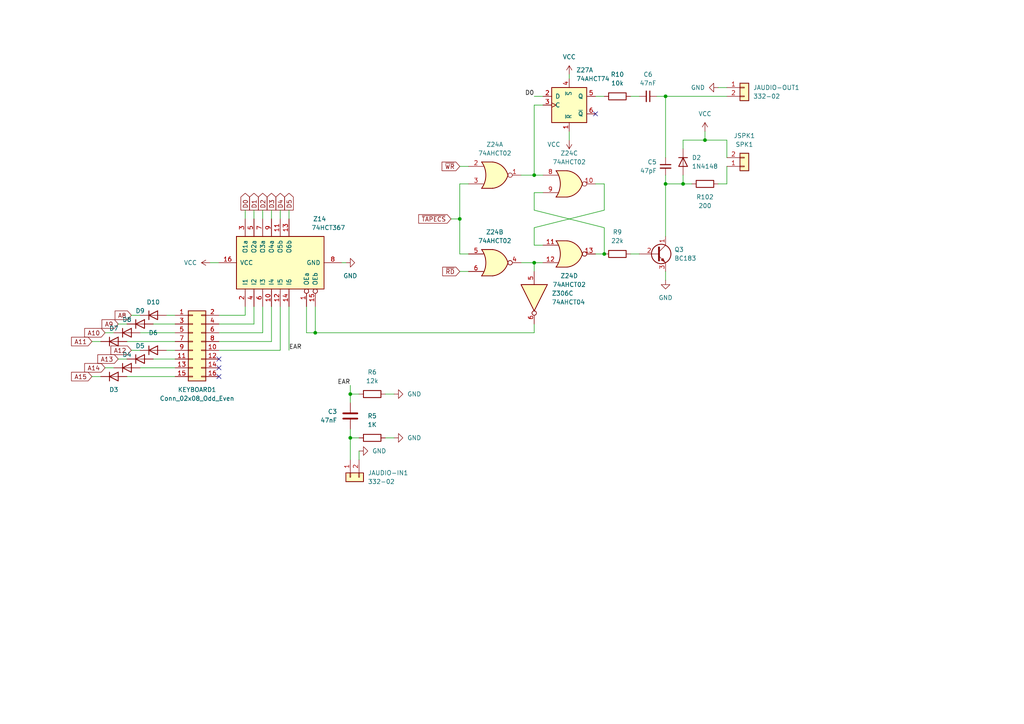
<source format=kicad_sch>
(kicad_sch (version 20211123) (generator eeschema)
  (paper "A4")
  (title_block (title "ACE4NOKB") (date "2020-04-30") (rev "Alpha") (company "Ontobus") (comment 1 "John Bradley") (comment 2 "https://creativecommons.org/licenses/by-nc-sa/4.0/") (comment 3 "Attribution-NonCommercial-ShareAlike 4.0 International License.") (comment 4 "This work is licensed under a Creative Commons "))
  (lib_symbols
    (symbol "74xx:74LS02" (pin_names (offset 1.016))
      (property "Reference" "U" (at 0 1.27 0))
      (property "Value" "74LS02" (at 0 -1.27 0))
      (symbol "74LS02_1_1"
        (arc (start -3.81 -3.81) (mid -2.589 0) (end -3.81 3.81) (stroke (width 0.254)))
        (arc (start -0.6096 -3.81) (mid 2.1842 -2.5851) (end 3.81 0) (stroke (width 0.254)) (fill (type background)))
        (polyline (pts (xy -3.81 -3.81) (xy -0.635 -3.81)) (stroke (width 0.254)) (fill (type background)))
        (polyline (pts (xy -3.81 3.81) (xy -0.635 3.81)) (stroke (width 0.254)) (fill (type background)))
        (polyline (pts (xy -0.635 3.81) (xy -3.81 3.81) (xy -3.81 3.81) (xy -3.556 3.4036) (xy -3.0226 2.2606) (xy -2.6924 1.0414) (xy -2.6162 -0.254) (xy -2.7686 -1.4986) (xy -3.175 -2.7178) (xy -3.81 -3.81) (xy -3.81 -3.81) (xy -0.635 -3.81)) (stroke (width -25.4)) (fill (type background)))
        (arc (start 3.81 0) (mid 2.1915 2.5936) (end -0.6096 3.81) (stroke (width 0.254)) (fill (type background)))
        (pin output inverted (at 7.62 0 180) (length 3.81) (name "~") (number "1"))
        (pin input line (at -7.62 2.54 0) (length 4.318) (name "~") (number "2"))
        (pin input line (at -7.62 -2.54 0) (length 4.318) (name "~") (number "3"))
      )
      (symbol "74LS02_1_2"
        (arc (start 0 -3.81) (mid 3.81 0) (end 0 3.81) (stroke (width 0.254)) (fill (type background)))
        (polyline (pts (xy 0 3.81) (xy -3.81 3.81) (xy -3.81 -3.81) (xy 0 -3.81)) (stroke (width 0.254)) (fill (type background)))
        (pin output line (at 7.62 0 180) (length 3.81) (name "~") (number "1"))
        (pin input inverted (at -7.62 2.54 0) (length 3.81) (name "~") (number "2"))
        (pin input inverted (at -7.62 -2.54 0) (length 3.81) (name "~") (number "3"))
      )
      (symbol "74LS02_2_1"
        (arc (start -3.81 -3.81) (mid -2.589 0) (end -3.81 3.81) (stroke (width 0.254)))
        (arc (start -0.6096 -3.81) (mid 2.1842 -2.5851) (end 3.81 0) (stroke (width 0.254)) (fill (type background)))
        (polyline (pts (xy -3.81 -3.81) (xy -0.635 -3.81)) (stroke (width 0.254)) (fill (type background)))
        (polyline (pts (xy -3.81 3.81) (xy -0.635 3.81)) (stroke (width 0.254)) (fill (type background)))
        (polyline (pts (xy -0.635 3.81) (xy -3.81 3.81) (xy -3.81 3.81) (xy -3.556 3.4036) (xy -3.0226 2.2606) (xy -2.6924 1.0414) (xy -2.6162 -0.254) (xy -2.7686 -1.4986) (xy -3.175 -2.7178) (xy -3.81 -3.81) (xy -3.81 -3.81) (xy -0.635 -3.81)) (stroke (width -25.4)) (fill (type background)))
        (arc (start 3.81 0) (mid 2.1915 2.5936) (end -0.6096 3.81) (stroke (width 0.254)) (fill (type background)))
        (pin output inverted (at 7.62 0 180) (length 3.81) (name "~") (number "4"))
        (pin input line (at -7.62 2.54 0) (length 4.318) (name "~") (number "5"))
        (pin input line (at -7.62 -2.54 0) (length 4.318) (name "~") (number "6"))
      )
      (symbol "74LS02_2_2"
        (arc (start 0 -3.81) (mid 3.81 0) (end 0 3.81) (stroke (width 0.254)) (fill (type background)))
        (polyline (pts (xy 0 3.81) (xy -3.81 3.81) (xy -3.81 -3.81) (xy 0 -3.81)) (stroke (width 0.254)) (fill (type background)))
        (pin output line (at 7.62 0 180) (length 3.81) (name "~") (number "4"))
        (pin input inverted (at -7.62 2.54 0) (length 3.81) (name "~") (number "5"))
        (pin input inverted (at -7.62 -2.54 0) (length 3.81) (name "~") (number "6"))
      )
      (symbol "74LS02_3_1"
        (arc (start -3.81 -3.81) (mid -2.589 0) (end -3.81 3.81) (stroke (width 0.254)))
        (arc (start -0.6096 -3.81) (mid 2.1842 -2.5851) (end 3.81 0) (stroke (width 0.254)) (fill (type background)))
        (polyline (pts (xy -3.81 -3.81) (xy -0.635 -3.81)) (stroke (width 0.254)) (fill (type background)))
        (polyline (pts (xy -3.81 3.81) (xy -0.635 3.81)) (stroke (width 0.254)) (fill (type background)))
        (polyline (pts (xy -0.635 3.81) (xy -3.81 3.81) (xy -3.81 3.81) (xy -3.556 3.4036) (xy -3.0226 2.2606) (xy -2.6924 1.0414) (xy -2.6162 -0.254) (xy -2.7686 -1.4986) (xy -3.175 -2.7178) (xy -3.81 -3.81) (xy -3.81 -3.81) (xy -0.635 -3.81)) (stroke (width -25.4)) (fill (type background)))
        (arc (start 3.81 0) (mid 2.1915 2.5936) (end -0.6096 3.81) (stroke (width 0.254)) (fill (type background)))
        (pin output inverted (at 7.62 0 180) (length 3.81) (name "~") (number "10"))
        (pin input line (at -7.62 2.54 0) (length 4.318) (name "~") (number "8"))
        (pin input line (at -7.62 -2.54 0) (length 4.318) (name "~") (number "9"))
      )
      (symbol "74LS02_3_2"
        (arc (start 0 -3.81) (mid 3.81 0) (end 0 3.81) (stroke (width 0.254)) (fill (type background)))
        (polyline (pts (xy 0 3.81) (xy -3.81 3.81) (xy -3.81 -3.81) (xy 0 -3.81)) (stroke (width 0.254)) (fill (type background)))
        (pin output line (at 7.62 0 180) (length 3.81) (name "~") (number "10"))
        (pin input inverted (at -7.62 2.54 0) (length 3.81) (name "~") (number "8"))
        (pin input inverted (at -7.62 -2.54 0) (length 3.81) (name "~") (number "9"))
      )
      (symbol "74LS02_4_1"
        (arc (start -3.81 -3.81) (mid -2.589 0) (end -3.81 3.81) (stroke (width 0.254)))
        (arc (start -0.6096 -3.81) (mid 2.1842 -2.5851) (end 3.81 0) (stroke (width 0.254)) (fill (type background)))
        (polyline (pts (xy -3.81 -3.81) (xy -0.635 -3.81)) (stroke (width 0.254)) (fill (type background)))
        (polyline (pts (xy -3.81 3.81) (xy -0.635 3.81)) (stroke (width 0.254)) (fill (type background)))
        (polyline (pts (xy -0.635 3.81) (xy -3.81 3.81) (xy -3.81 3.81) (xy -3.556 3.4036) (xy -3.0226 2.2606) (xy -2.6924 1.0414) (xy -2.6162 -0.254) (xy -2.7686 -1.4986) (xy -3.175 -2.7178) (xy -3.81 -3.81) (xy -3.81 -3.81) (xy -0.635 -3.81)) (stroke (width -25.4)) (fill (type background)))
        (arc (start 3.81 0) (mid 2.1915 2.5936) (end -0.6096 3.81) (stroke (width 0.254)) (fill (type background)))
        (pin input line (at -7.62 2.54 0) (length 4.318) (name "~") (number "11"))
        (pin input line (at -7.62 -2.54 0) (length 4.318) (name "~") (number "12"))
        (pin output inverted (at 7.62 0 180) (length 3.81) (name "~") (number "13"))
      )
      (symbol "74LS02_4_2"
        (arc (start 0 -3.81) (mid 3.81 0) (end 0 3.81) (stroke (width 0.254)) (fill (type background)))
        (polyline (pts (xy 0 3.81) (xy -3.81 3.81) (xy -3.81 -3.81) (xy 0 -3.81)) (stroke (width 0.254)) (fill (type background)))
        (pin input inverted (at -7.62 2.54 0) (length 3.81) (name "~") (number "11"))
        (pin input inverted (at -7.62 -2.54 0) (length 3.81) (name "~") (number "12"))
        (pin output line (at 7.62 0 180) (length 3.81) (name "~") (number "13"))
      )
      (symbol "74LS02_5_0"
        (pin power_in line (at 0 12.7 270) (length 5.08) (name "VCC") (number "14"))
        (pin power_in line (at 0 -12.7 90) (length 5.08) (name "GND") (number "7"))
      )
      (symbol "74LS02_5_1"
        (rectangle (start -5.08 7.62) (end 5.08 -7.62) (stroke (width 0.254)) (fill (type background)))
      )
    )
    (symbol "74xx:74LS04"
      (property "Reference" "U" (at 0 1.27 0))
      (property "Value" "74LS04" (at 0 -1.27 0))
      (symbol "74LS04_1_0"
        (polyline (pts (xy -3.81 3.81) (xy -3.81 -3.81) (xy 3.81 0) (xy -3.81 3.81)) (stroke (width 0.254)) (fill (type background)))
        (pin input line (at -7.62 0 0) (length 3.81) (name "~") (number "1"))
        (pin output inverted (at 7.62 0 180) (length 3.81) (name "~") (number "2"))
      )
      (symbol "74LS04_2_0"
        (polyline (pts (xy -3.81 3.81) (xy -3.81 -3.81) (xy 3.81 0) (xy -3.81 3.81)) (stroke (width 0.254)) (fill (type background)))
        (pin input line (at -7.62 0 0) (length 3.81) (name "~") (number "3"))
        (pin output inverted (at 7.62 0 180) (length 3.81) (name "~") (number "4"))
      )
      (symbol "74LS04_3_0"
        (polyline (pts (xy -3.81 3.81) (xy -3.81 -3.81) (xy 3.81 0) (xy -3.81 3.81)) (stroke (width 0.254)) (fill (type background)))
        (pin input line (at -7.62 0 0) (length 3.81) (name "~") (number "5"))
        (pin output inverted (at 7.62 0 180) (length 3.81) (name "~") (number "6"))
      )
      (symbol "74LS04_4_0"
        (polyline (pts (xy -3.81 3.81) (xy -3.81 -3.81) (xy 3.81 0) (xy -3.81 3.81)) (stroke (width 0.254)) (fill (type background)))
        (pin output inverted (at 7.62 0 180) (length 3.81) (name "~") (number "8"))
        (pin input line (at -7.62 0 0) (length 3.81) (name "~") (number "9"))
      )
      (symbol "74LS04_5_0"
        (polyline (pts (xy -3.81 3.81) (xy -3.81 -3.81) (xy 3.81 0) (xy -3.81 3.81)) (stroke (width 0.254)) (fill (type background)))
        (pin output inverted (at 7.62 0 180) (length 3.81) (name "~") (number "10"))
        (pin input line (at -7.62 0 0) (length 3.81) (name "~") (number "11"))
      )
      (symbol "74LS04_6_0"
        (polyline (pts (xy -3.81 3.81) (xy -3.81 -3.81) (xy 3.81 0) (xy -3.81 3.81)) (stroke (width 0.254)) (fill (type background)))
        (pin output inverted (at 7.62 0 180) (length 3.81) (name "~") (number "12"))
        (pin input line (at -7.62 0 0) (length 3.81) (name "~") (number "13"))
      )
      (symbol "74LS04_7_0"
        (pin power_in line (at 0 12.7 270) (length 5.08) (name "VCC") (number "14"))
        (pin power_in line (at 0 -12.7 90) (length 5.08) (name "GND") (number "7"))
      )
      (symbol "74LS04_7_1"
        (rectangle (start -5.08 7.62) (end 5.08 -7.62) (stroke (width 0.254)) (fill (type background)))
      )
    )
    (symbol "74xx:74LS367" (pin_names (offset 1.016))
      (property "Reference" "U" (at -7.62 13.97 0))
      (property "Value" "74LS367" (at -7.62 -13.97 0))
      (symbol "74LS367_1_0"
        (pin input inverted (at -12.7 -7.62 0) (length 5.08) (name "OEa") (number "1"))
        (pin input line (at -12.7 2.54 0) (length 5.08) (name "I4") (number "10"))
        (pin tri_state line (at 12.7 0 180) (length 5.08) (name "O5b") (number "11"))
        (pin input line (at -12.7 0 0) (length 5.08) (name "I5") (number "12"))
        (pin tri_state line (at 12.7 -2.54 180) (length 5.08) (name "O6b") (number "13"))
        (pin input line (at -12.7 -2.54 0) (length 5.08) (name "I6") (number "14"))
        (pin input inverted (at -12.7 -10.16 0) (length 5.08) (name "OEb") (number "15"))
        (pin power_in line (at 0 17.78 270) (length 5.08) (name "VCC") (number "16"))
        (pin input line (at -12.7 10.16 0) (length 5.08) (name "I1") (number "2"))
        (pin tri_state line (at 12.7 10.16 180) (length 5.08) (name "O1a") (number "3"))
        (pin input line (at -12.7 7.62 0) (length 5.08) (name "I2") (number "4"))
        (pin tri_state line (at 12.7 7.62 180) (length 5.08) (name "O2a") (number "5"))
        (pin input line (at -12.7 5.08 0) (length 5.08) (name "I3") (number "6"))
        (pin tri_state line (at 12.7 5.08 180) (length 5.08) (name "O3a") (number "7"))
        (pin power_in line (at 0 -17.78 90) (length 5.08) (name "GND") (number "8"))
        (pin tri_state line (at 12.7 2.54 180) (length 5.08) (name "O4a") (number "9"))
      )
      (symbol "74LS367_1_1"
        (rectangle (start -7.62 12.7) (end 7.62 -12.7) (stroke (width 0.254)) (fill (type background)))
      )
    )
    (symbol "74xx:74LS74" (pin_names (offset 1.016))
      (property "Reference" "U" (at -7.62 8.89 0))
      (property "Value" "74LS74" (at -7.62 -8.89 0))
      (symbol "74LS74_1_0"
        (pin input line (at 0 -7.62 90) (length 2.54) (name "~{R}") (number "1"))
        (pin input line (at -7.62 2.54 0) (length 2.54) (name "D") (number "2"))
        (pin input clock (at -7.62 0 0) (length 2.54) (name "C") (number "3"))
        (pin input line (at 0 7.62 270) (length 2.54) (name "~{S}") (number "4"))
        (pin output line (at 7.62 2.54 180) (length 2.54) (name "Q") (number "5"))
        (pin output line (at 7.62 -2.54 180) (length 2.54) (name "~{Q}") (number "6"))
      )
      (symbol "74LS74_1_1"
        (rectangle (start -5.08 5.08) (end 5.08 -5.08) (stroke (width 0.254)) (fill (type background)))
      )
      (symbol "74LS74_2_0"
        (pin input line (at 0 7.62 270) (length 2.54) (name "~{S}") (number "10"))
        (pin input clock (at -7.62 0 0) (length 2.54) (name "C") (number "11"))
        (pin input line (at -7.62 2.54 0) (length 2.54) (name "D") (number "12"))
        (pin input line (at 0 -7.62 90) (length 2.54) (name "~{R}") (number "13"))
        (pin output line (at 7.62 -2.54 180) (length 2.54) (name "~{Q}") (number "8"))
        (pin output line (at 7.62 2.54 180) (length 2.54) (name "Q") (number "9"))
      )
      (symbol "74LS74_2_1"
        (rectangle (start -5.08 5.08) (end 5.08 -5.08) (stroke (width 0.254)) (fill (type background)))
      )
      (symbol "74LS74_3_0"
        (pin power_in line (at 0 10.16 270) (length 2.54) (name "VCC") (number "14"))
        (pin power_in line (at 0 -10.16 90) (length 2.54) (name "GND") (number "7"))
      )
      (symbol "74LS74_3_1"
        (rectangle (start -5.08 7.62) (end 5.08 -7.62) (stroke (width 0.254)) (fill (type background)))
      )
    )
    (symbol "Connector_Generic:Conn_01x02" (pin_names (offset 1.016) hide)
      (property "Reference" "J" (at 0 2.54 0))
      (property "Value" "Conn_01x02" (at 0 -5.08 0))
      (symbol "Conn_01x02_1_1"
        (rectangle (start -1.27 -2.413) (end 0 -2.667) (stroke (width 0.1524)))
        (rectangle (start -1.27 0.127) (end 0 -0.127) (stroke (width 0.1524)))
        (rectangle (start -1.27 1.27) (end 1.27 -3.81) (stroke (width 0.254)) (fill (type background)))
        (pin passive line (at -5.08 0 0) (length 3.81) (name "Pin_1") (number "1"))
        (pin passive line (at -5.08 -2.54 0) (length 3.81) (name "Pin_2") (number "2"))
      )
    )
    (symbol "Connector_Generic:Conn_02x08_Odd_Even" (pin_names (offset 1.016) hide)
      (property "Reference" "J" (at 1.27 10.16 0))
      (property "Value" "Conn_02x08_Odd_Even" (at 1.27 -12.7 0))
      (symbol "Conn_02x08_Odd_Even_1_1"
        (rectangle (start -1.27 -10.033) (end 0 -10.287) (stroke (width 0.1524)))
        (rectangle (start -1.27 -7.493) (end 0 -7.747) (stroke (width 0.1524)))
        (rectangle (start -1.27 -4.953) (end 0 -5.207) (stroke (width 0.1524)))
        (rectangle (start -1.27 -2.413) (end 0 -2.667) (stroke (width 0.1524)))
        (rectangle (start -1.27 0.127) (end 0 -0.127) (stroke (width 0.1524)))
        (rectangle (start -1.27 2.667) (end 0 2.413) (stroke (width 0.1524)))
        (rectangle (start -1.27 5.207) (end 0 4.953) (stroke (width 0.1524)))
        (rectangle (start -1.27 7.747) (end 0 7.493) (stroke (width 0.1524)))
        (rectangle (start -1.27 8.89) (end 3.81 -11.43) (stroke (width 0.254)) (fill (type background)))
        (rectangle (start 3.81 -10.033) (end 2.54 -10.287) (stroke (width 0.1524)))
        (rectangle (start 3.81 -7.493) (end 2.54 -7.747) (stroke (width 0.1524)))
        (rectangle (start 3.81 -4.953) (end 2.54 -5.207) (stroke (width 0.1524)))
        (rectangle (start 3.81 -2.413) (end 2.54 -2.667) (stroke (width 0.1524)))
        (rectangle (start 3.81 0.127) (end 2.54 -0.127) (stroke (width 0.1524)))
        (rectangle (start 3.81 2.667) (end 2.54 2.413) (stroke (width 0.1524)))
        (rectangle (start 3.81 5.207) (end 2.54 4.953) (stroke (width 0.1524)))
        (rectangle (start 3.81 7.747) (end 2.54 7.493) (stroke (width 0.1524)))
        (pin passive line (at -5.08 7.62 0) (length 3.81) (name "Pin_1") (number "1"))
        (pin passive line (at 7.62 -2.54 180) (length 3.81) (name "Pin_10") (number "10"))
        (pin passive line (at -5.08 -5.08 0) (length 3.81) (name "Pin_11") (number "11"))
        (pin passive line (at 7.62 -5.08 180) (length 3.81) (name "Pin_12") (number "12"))
        (pin passive line (at -5.08 -7.62 0) (length 3.81) (name "Pin_13") (number "13"))
        (pin passive line (at 7.62 -7.62 180) (length 3.81) (name "Pin_14") (number "14"))
        (pin passive line (at -5.08 -10.16 0) (length 3.81) (name "Pin_15") (number "15"))
        (pin passive line (at 7.62 -10.16 180) (length 3.81) (name "Pin_16") (number "16"))
        (pin passive line (at 7.62 7.62 180) (length 3.81) (name "Pin_2") (number "2"))
        (pin passive line (at -5.08 5.08 0) (length 3.81) (name "Pin_3") (number "3"))
        (pin passive line (at 7.62 5.08 180) (length 3.81) (name "Pin_4") (number "4"))
        (pin passive line (at -5.08 2.54 0) (length 3.81) (name "Pin_5") (number "5"))
        (pin passive line (at 7.62 2.54 180) (length 3.81) (name "Pin_6") (number "6"))
        (pin passive line (at -5.08 0 0) (length 3.81) (name "Pin_7") (number "7"))
        (pin passive line (at 7.62 0 180) (length 3.81) (name "Pin_8") (number "8"))
        (pin passive line (at -5.08 -2.54 0) (length 3.81) (name "Pin_9") (number "9"))
      )
    )
    (symbol "Device:C" (pin_numbers hide) (pin_names (offset 0.254))
      (property "Reference" "C" (at 0.635 2.54 0))
      (property "Value" "C" (at 0.635 -2.54 0))
      (symbol "C_0_1"
        (polyline (pts (xy -2.032 -0.762) (xy 2.032 -0.762)) (stroke (width 0.508)))
        (polyline (pts (xy -2.032 0.762) (xy 2.032 0.762)) (stroke (width 0.508)))
      )
      (symbol "C_1_1"
        (pin passive line (at 0 3.81 270) (length 2.794) (name "~") (number "1"))
        (pin passive line (at 0 -3.81 90) (length 2.794) (name "~") (number "2"))
      )
    )
    (symbol "Device:C_Small" (pin_numbers hide) (pin_names (offset 0.254) hide)
      (property "Reference" "C" (at 0.254 1.778 0))
      (property "Value" "C_Small" (at 0.254 -2.032 0))
      (symbol "C_Small_0_1"
        (polyline (pts (xy -1.524 -0.508) (xy 1.524 -0.508)) (stroke (width 0.3302)))
        (polyline (pts (xy -1.524 0.508) (xy 1.524 0.508)) (stroke (width 0.3048)))
      )
      (symbol "C_Small_1_1"
        (pin passive line (at 0 2.54 270) (length 2.032) (name "~") (number "1"))
        (pin passive line (at 0 -2.54 90) (length 2.032) (name "~") (number "2"))
      )
    )
    (symbol "Device:Q_NPN_CBE" (pin_names (offset 0) hide)
      (property "Reference" "Q" (at 5.08 1.27 0))
      (property "Value" "Q_NPN_CBE" (at 5.08 -1.27 0))
      (symbol "Q_NPN_CBE_0_1"
        (polyline (pts (xy 0.635 0.635) (xy 2.54 2.54)))
        (polyline (pts (xy 0.635 -0.635) (xy 2.54 -2.54) (xy 2.54 -2.54)))
        (polyline (pts (xy 0.635 1.905) (xy 0.635 -1.905) (xy 0.635 -1.905)) (stroke (width 0.508)))
        (polyline (pts (xy 1.27 -1.778) (xy 1.778 -1.27) (xy 2.286 -2.286) (xy 1.27 -1.778) (xy 1.27 -1.778)) (fill (type outline)))
        (circle (center 1.27 0) (radius 2.8194) (stroke (width 0.254)))
      )
      (symbol "Q_NPN_CBE_1_1"
        (pin passive line (at 2.54 5.08 270) (length 2.54) (name "C") (number "1"))
        (pin input line (at -5.08 0 0) (length 5.715) (name "B") (number "2"))
        (pin passive line (at 2.54 -5.08 90) (length 2.54) (name "E") (number "3"))
      )
    )
    (symbol "Device:R" (pin_numbers hide) (pin_names (offset 0))
      (property "Reference" "R" (at 2.032 0 90))
      (property "Value" "R" (at 0 0 90))
      (symbol "R_0_1"
        (rectangle (start -1.016 -2.54) (end 1.016 2.54) (stroke (width 0.254)))
      )
      (symbol "R_1_1"
        (pin passive line (at 0 3.81 270) (length 1.27) (name "~") (number "1"))
        (pin passive line (at 0 -3.81 90) (length 1.27) (name "~") (number "2"))
      )
    )
    (symbol "Diode:1N4148" (pin_numbers hide) (pin_names (offset 1.016) hide)
      (property "Reference" "D" (at 0 2.54 0))
      (property "Value" "1N4148" (at 0 -2.54 0))
      (symbol "1N4148_0_1"
        (polyline (pts (xy -1.27 1.27) (xy -1.27 -1.27)) (stroke (width 0.254)))
        (polyline (pts (xy 1.27 0) (xy -1.27 0)))
        (polyline (pts (xy 1.27 1.27) (xy 1.27 -1.27) (xy -1.27 0) (xy 1.27 1.27)) (stroke (width 0.254)))
      )
      (symbol "1N4148_1_1"
        (pin passive line (at -3.81 0 0) (length 2.54) (name "K") (number "1"))
        (pin passive line (at 3.81 0 180) (length 2.54) (name "A") (number "2"))
      )
    )
    (symbol "power:GND" (power) (pin_names (offset 0))
      (property "Value" "GND" (at 0 -3.81 0))
      (symbol "GND_0_1"
        (polyline (pts (xy 0 0) (xy 0 -1.27) (xy 1.27 -1.27) (xy 0 -2.54) (xy -1.27 -1.27) (xy 0 -1.27)))
      )
      (symbol "GND_1_1"
        (pin power_in line (at 0 0 270) (length 0) hide (name "GND") (number "1"))
      )
    )
    (symbol "power:VCC" (power) (pin_names (offset 0))
      (property "Value" "VCC" (at 0 3.81 0))
      (symbol "VCC_0_1"
        (polyline (pts (xy -0.762 1.27) (xy 0 2.54)))
        (polyline (pts (xy 0 0) (xy 0 2.54)))
        (polyline (pts (xy 0 2.54) (xy 0.762 1.27)))
      )
      (symbol "VCC_1_1"
        (pin power_in line (at 0 0 90) (length 0) hide (name "VCC") (number "1"))
      )
    )
  )
  (junction (at 193.04 27.94))
  (junction (at 175.26 73.66))
  (junction (at 91.44 96.52))
  (junction (at 198.12 53.34))
  (junction (at 204.47 40.64))
  (junction (at 193.04 53.34))
  (junction (at 101.6 127))
  (junction (at 101.6 114.3))
  (junction (at 154.94 76.2))
  (junction (at 154.94 50.8))
  (junction (at 133.35 63.5))
  (no_connect (at 63.5 106.68))
  (no_connect (at 172.72 33.02))
  (no_connect (at 63.5 104.14))
  (no_connect (at 63.5 109.22))
  (wire (pts (xy 50.8 101.6) (xy 48.26 101.6)))
  (wire (pts (xy 78.74 63.5) (xy 78.74 60.96)))
  (wire (pts (xy 133.35 63.5) (xy 133.35 73.66)))
  (wire (pts (xy 100.33 76.2) (xy 99.06 76.2)))
  (wire (pts (xy 36.83 99.06) (xy 50.8 99.06)))
  (wire (pts (xy 63.5 96.52) (xy 76.2 96.52)))
  (wire (pts (xy 50.8 91.44) (xy 48.26 91.44)))
  (wire (pts (xy 50.8 96.52) (xy 40.64 96.52)))
  (wire (pts (xy 111.76 127) (xy 114.3 127)))
  (wire (pts (xy 172.72 73.66) (xy 175.26 73.66)))
  (wire (pts (xy 210.82 25.4) (xy 208.28 25.4)))
  (wire (pts (xy 151.13 50.8) (xy 154.94 50.8)))
  (wire (pts (xy 81.28 63.5) (xy 81.28 60.96)))
  (wire (pts (xy 182.88 27.94) (xy 185.42 27.94)))
  (wire (pts (xy 76.2 63.5) (xy 76.2 60.96)))
  (wire (pts (xy 111.76 114.3) (xy 114.3 114.3)))
  (wire (pts (xy 26.67 109.22) (xy 29.21 109.22)))
  (wire (pts (xy 63.5 101.6) (xy 81.28 101.6)))
  (wire (pts (xy 133.35 73.66) (xy 135.89 73.66)))
  (wire (pts (xy 204.47 40.64) (xy 210.82 40.64)))
  (wire (pts (xy 154.94 27.94) (xy 157.48 27.94)))
  (wire (pts (xy 91.44 88.9) (xy 91.44 96.52)))
  (wire (pts (xy 175.26 66.04) (xy 154.94 60.96)))
  (wire (pts (xy 30.48 106.68) (xy 33.02 106.68)))
  (wire (pts (xy 71.12 63.5) (xy 71.12 60.96)))
  (wire (pts (xy 198.12 40.64) (xy 204.47 40.64)))
  (wire (pts (xy 154.94 30.48) (xy 154.94 50.8)))
  (wire (pts (xy 193.04 53.34) (xy 198.12 53.34)))
  (wire (pts (xy 104.14 127) (xy 101.6 127)))
  (wire (pts (xy 204.47 40.64) (xy 204.47 38.1)))
  (wire (pts (xy 175.26 27.94) (xy 172.72 27.94)))
  (wire (pts (xy 63.5 76.2) (xy 60.96 76.2)))
  (wire (pts (xy 73.66 63.5) (xy 73.66 60.96)))
  (wire (pts (xy 193.04 50.8) (xy 193.04 53.34)))
  (wire (pts (xy 198.12 40.64) (xy 198.12 43.18)))
  (wire (pts (xy 135.89 48.26) (xy 133.35 48.26)))
  (wire (pts (xy 200.66 53.34) (xy 198.12 53.34)))
  (wire (pts (xy 83.82 88.9) (xy 83.82 101.6)))
  (wire (pts (xy 63.5 93.98) (xy 73.66 93.98)))
  (wire (pts (xy 88.9 88.9) (xy 88.9 96.52)))
  (wire (pts (xy 190.5 27.94) (xy 193.04 27.94)))
  (wire (pts (xy 38.1 91.44) (xy 40.64 91.44)))
  (wire (pts (xy 71.12 88.9) (xy 71.12 91.44)))
  (wire (pts (xy 154.94 71.12) (xy 157.48 71.12)))
  (wire (pts (xy 154.94 50.8) (xy 157.48 50.8)))
  (wire (pts (xy 175.26 66.04) (xy 175.26 73.66)))
  (wire (pts (xy 165.1 38.1) (xy 165.1 40.64)))
  (wire (pts (xy 81.28 88.9) (xy 81.28 101.6)))
  (wire (pts (xy 151.13 76.2) (xy 154.94 76.2)))
  (wire (pts (xy 193.04 27.94) (xy 210.82 27.94)))
  (wire (pts (xy 63.5 91.44) (xy 71.12 91.44)))
  (wire (pts (xy 78.74 88.9) (xy 78.74 99.06)))
  (wire (pts (xy 34.29 104.14) (xy 36.83 104.14)))
  (wire (pts (xy 36.83 109.22) (xy 50.8 109.22)))
  (wire (pts (xy 88.9 96.52) (xy 91.44 96.52)))
  (wire (pts (xy 130.81 63.5) (xy 133.35 63.5)))
  (wire (pts (xy 91.44 96.52) (xy 154.94 96.52)))
  (wire (pts (xy 198.12 53.34) (xy 198.12 50.8)))
  (wire (pts (xy 135.89 78.74) (xy 133.35 78.74)))
  (wire (pts (xy 34.29 93.98) (xy 36.83 93.98)))
  (wire (pts (xy 154.94 93.98) (xy 154.94 96.52)))
  (wire (pts (xy 154.94 60.96) (xy 154.94 55.88)))
  (wire (pts (xy 83.82 63.5) (xy 83.82 60.96)))
  (wire (pts (xy 44.45 104.14) (xy 50.8 104.14)))
  (wire (pts (xy 76.2 88.9) (xy 76.2 96.52)))
  (wire (pts (xy 50.8 106.68) (xy 40.64 106.68)))
  (wire (pts (xy 182.88 73.66) (xy 185.42 73.66)))
  (wire (pts (xy 193.04 27.94) (xy 193.04 45.72)))
  (wire (pts (xy 154.94 55.88) (xy 157.48 55.88)))
  (wire (pts (xy 133.35 53.34) (xy 133.35 63.5)))
  (wire (pts (xy 193.04 78.74) (xy 193.04 81.28)))
  (wire (pts (xy 175.26 53.34) (xy 175.26 60.96)))
  (wire (pts (xy 73.66 88.9) (xy 73.66 93.98)))
  (wire (pts (xy 26.67 99.06) (xy 29.21 99.06)))
  (wire (pts (xy 38.1 101.6) (xy 40.64 101.6)))
  (wire (pts (xy 193.04 53.34) (xy 193.04 68.58)))
  (wire (pts (xy 101.6 127) (xy 101.6 133.35)))
  (wire (pts (xy 154.94 66.04) (xy 154.94 71.12)))
  (wire (pts (xy 101.6 124.46) (xy 101.6 127)))
  (wire (pts (xy 101.6 111.76) (xy 101.6 114.3)))
  (wire (pts (xy 78.74 99.06) (xy 63.5 99.06)))
  (wire (pts (xy 157.48 30.48) (xy 154.94 30.48)))
  (wire (pts (xy 101.6 116.84) (xy 101.6 114.3)))
  (wire (pts (xy 154.94 76.2) (xy 154.94 78.74)))
  (wire (pts (xy 104.14 114.3) (xy 101.6 114.3)))
  (wire (pts (xy 104.14 130.81) (xy 104.14 133.35)))
  (wire (pts (xy 210.82 45.72) (xy 210.82 40.64)))
  (wire (pts (xy 165.1 22.86) (xy 165.1 21.59)))
  (wire (pts (xy 172.72 53.34) (xy 175.26 53.34)))
  (wire (pts (xy 44.45 93.98) (xy 50.8 93.98)))
  (wire (pts (xy 154.94 76.2) (xy 157.48 76.2)))
  (wire (pts (xy 30.48 96.52) (xy 33.02 96.52)))
  (wire (pts (xy 175.26 60.96) (xy 154.94 66.04)))
  (wire (pts (xy 208.28 53.34) (xy 210.82 53.34)))
  (wire (pts (xy 133.35 53.34) (xy 135.89 53.34)))
  (wire (pts (xy 210.82 53.34) (xy 210.82 48.26)))
  (label "EAR" (at 83.82 101.6 0))
  (label "D0" (at 154.94 27.94 0))
  (label "EAR" (at 101.6 111.76 0))
  (global_label "A10" (shape input) (at 30.48 96.52 180) (property "Intersheetrefs" "${INTERSHEET_REFS}" (at 24.6482 96.4406 0) (effects (justify right))))
  (global_label "~{WR}" (shape input) (at 133.35 48.26 180) (property "Intersheetrefs" "${INTERSHEET_REFS}" (at 128.3044 48.1806 0) (effects (justify right))))
  (global_label "D5" (shape output) (at 83.82 60.96 90) (property "Intersheetrefs" "${INTERSHEET_REFS}" (at 83.7406 56.1563 90) (effects (justify left))))
  (global_label "A8" (shape input) (at 38.1 91.44 180) (property "Intersheetrefs" "${INTERSHEET_REFS}" (at 33.4777 91.3606 0) (effects (justify right))))
  (global_label "A15" (shape input) (at 26.67 109.22 180) (property "Intersheetrefs" "${INTERSHEET_REFS}" (at 20.8382 109.1406 0) (effects (justify right))))
  (global_label "A13" (shape input) (at 34.29 104.14 180) (property "Intersheetrefs" "${INTERSHEET_REFS}" (at 28.4582 104.0606 0) (effects (justify right))))
  (global_label "A14" (shape input) (at 30.48 106.68 180) (property "Intersheetrefs" "${INTERSHEET_REFS}" (at 24.6482 106.6006 0) (effects (justify right))))
  (global_label "A11" (shape input) (at 26.67 99.06 180) (property "Intersheetrefs" "${INTERSHEET_REFS}" (at 20.8382 98.9806 0) (effects (justify right))))
  (global_label "D4" (shape output) (at 81.28 60.96 90) (property "Intersheetrefs" "${INTERSHEET_REFS}" (at 81.2006 56.1563 90) (effects (justify left))))
  (global_label "D1" (shape output) (at 73.66 60.96 90) (property "Intersheetrefs" "${INTERSHEET_REFS}" (at 73.5806 56.1563 90) (effects (justify left))))
  (global_label "A12" (shape input) (at 38.1 101.6 180) (property "Intersheetrefs" "${INTERSHEET_REFS}" (at 32.2682 101.5206 0) (effects (justify right))))
  (global_label "~{TAPECS}" (shape input) (at 130.81 63.5 180) (property "Intersheetrefs" "${INTERSHEET_REFS}" (at 121.531 63.4206 0) (effects (justify right))))
  (global_label "~{RD}" (shape input) (at 133.35 78.74 180) (property "Intersheetrefs" "${INTERSHEET_REFS}" (at 128.4858 78.6606 0) (effects (justify right))))
  (global_label "D3" (shape output) (at 78.74 60.96 90) (property "Intersheetrefs" "${INTERSHEET_REFS}" (at 78.6606 56.1563 90) (effects (justify left))))
  (global_label "D2" (shape output) (at 76.2 60.96 90) (property "Intersheetrefs" "${INTERSHEET_REFS}" (at 76.1206 56.1563 90) (effects (justify left))))
  (global_label "A9" (shape input) (at 34.29 93.98 180) (property "Intersheetrefs" "${INTERSHEET_REFS}" (at 29.6677 93.9006 0) (effects (justify right))))
  (global_label "D0" (shape output) (at 71.12 60.96 90) (property "Intersheetrefs" "${INTERSHEET_REFS}" (at 71.0406 56.1563 90) (effects (justify left))))
  (symbol (lib_id "Connector_Generic:Conn_01x02") (at 101.6 138.43 90) (mirror x) (unit 1)
    (property "Reference" "JAUDIO-IN1" (at 106.68 137.16 90) (effects (font (size 1.2954 1.2954)) (justify right)))
    (property "Value" "332-02" (at 106.68 139.6999 90) (effects (justify right)))
    (property "Footprint" "Connector_PinHeader_2.54mm:PinHeader_1x02_P2.54mm_Vertical" (effects hide))
    (property "Manufacturer_Name" "Amphenol FCI" (effects hide))
    (property "Manufacturer_Part_Number" "G800W306018EU" (effects hide))
  )
  (symbol (lib_id "Device:C") (at 101.6 120.65 180) (unit 1)
    (property "Reference" "C3" (at 97.79 119.3799 0) (effects (justify left)))
    (property "Value" "47nF" (at 97.79 121.9199 0) (effects (justify left)))
    (property "Footprint" "Capacitor_THT:C_Disc_D3.8mm_W2.6mm_P2.50mm" (effects hide))
    (property "Manufacturer_Name" "vishay" (effects hide))
    (property "Manufacturer_Part_Number" "K473K15X7RF5TL2" (effects hide))
    (property "Height" "4" (effects hide))
  )
  (symbol (lib_id "Diode:1N4148") (at 33.02 109.22 0) (unit 1)
    (property "Reference" "D3" (at 33.02 113.03 0))
    (property "Value" "1N4148" (effects hide))
    (property "Footprint" "Diode_THT:D_DO-35_SOD27_P2.54mm_Vertical_AnodeUp" (effects hide))
    (property "Datasheet" "https://assets.nexperia.com/documents/data-sheet/1N4148_1N4448.pdf" (effects hide))
    (property "Manufacturer_Name" "Vishay Semiconductors" (effects hide))
    (property "Manufacturer_Part_Number" "1N4148TR" (effects hide))
  )
  (symbol (lib_id "Device:Q_NPN_CBE") (at 190.5 73.66 0) (unit 1)
    (property "Reference" "Q3" (at 195.58 72.3899 0) (effects (justify left)))
    (property "Value" "BC183" (at 195.58 74.9299 0) (effects (justify left)))
    (property "Footprint" "Package_TO_SOT_THT:TO-92L_Inline" (effects hide))
    (property "Manufacturer_Part_Number" "BC183" (effects hide))
  )
  (symbol (lib_id "Diode:1N4148") (at 36.83 106.68 0) (unit 1)
    (property "Reference" "D4" (at 36.83 102.87 0))
    (property "Value" "1N4148" (effects hide))
    (property "Footprint" "Diode_THT:D_DO-35_SOD27_P2.54mm_Vertical_AnodeUp" (effects hide))
    (property "Datasheet" "https://assets.nexperia.com/documents/data-sheet/1N4148_1N4448.pdf" (effects hide))
    (property "Manufacturer_Name" "Vishay Semiconductors" (effects hide))
    (property "Manufacturer_Part_Number" "1N4148TR" (effects hide))
  )
  (symbol (lib_id "Diode:1N4148") (at 40.64 104.14 0) (unit 1)
    (property "Reference" "D5" (at 40.64 100.33 0))
    (property "Value" "1N4148" (effects hide))
    (property "Footprint" "Diode_THT:D_DO-35_SOD27_P2.54mm_Vertical_AnodeUp" (effects hide))
    (property "Datasheet" "https://assets.nexperia.com/documents/data-sheet/1N4148_1N4448.pdf" (effects hide))
    (property "Manufacturer_Name" "Vishay Semiconductors" (effects hide))
    (property "Manufacturer_Part_Number" "1N4148TR" (effects hide))
  )
  (symbol (lib_id "Diode:1N4148") (at 44.45 101.6 0) (unit 1)
    (property "Reference" "D6" (at 44.45 96.52 0))
    (property "Value" "1N4148" (effects hide))
    (property "Footprint" "Diode_THT:D_DO-35_SOD27_P2.54mm_Vertical_AnodeUp" (effects hide))
    (property "Datasheet" "https://assets.nexperia.com/documents/data-sheet/1N4148_1N4448.pdf" (effects hide))
    (property "Manufacturer_Name" "Vishay Semiconductors" (effects hide))
    (property "Manufacturer_Part_Number" "1N4148TR" (effects hide))
  )
  (symbol (lib_id "Diode:1N4148") (at 33.02 99.06 0) (unit 1)
    (property "Reference" "D7" (at 33.02 95.25 0))
    (property "Value" "1N4148" (effects hide))
    (property "Footprint" "Diode_THT:D_DO-35_SOD27_P2.54mm_Vertical_AnodeUp" (effects hide))
    (property "Datasheet" "https://assets.nexperia.com/documents/data-sheet/1N4148_1N4448.pdf" (effects hide))
    (property "Manufacturer_Name" "Vishay Semiconductors" (effects hide))
    (property "Manufacturer_Part_Number" "1N4148TR" (effects hide))
  )
  (symbol (lib_id "Diode:1N4148") (at 36.83 96.52 0) (unit 1)
    (property "Reference" "D8" (at 36.83 92.71 0))
    (property "Value" "1N4148" (effects hide))
    (property "Footprint" "Diode_THT:D_DO-35_SOD27_P2.54mm_Vertical_AnodeUp" (effects hide))
    (property "Datasheet" "https://assets.nexperia.com/documents/data-sheet/1N4148_1N4448.pdf" (effects hide))
    (property "Manufacturer_Name" "Vishay Semiconductors" (effects hide))
    (property "Manufacturer_Part_Number" "1N4148TR" (effects hide))
  )
  (symbol (lib_id "Diode:1N4148") (at 40.64 93.98 0) (unit 1)
    (property "Reference" "D9" (at 40.64 90.17 0))
    (property "Value" "1N4148" (effects hide))
    (property "Footprint" "Diode_THT:D_DO-35_SOD27_P2.54mm_Vertical_AnodeUp" (effects hide))
    (property "Datasheet" "https://assets.nexperia.com/documents/data-sheet/1N4148_1N4448.pdf" (effects hide))
    (property "Manufacturer_Name" "Vishay Semiconductors" (effects hide))
    (property "Manufacturer_Part_Number" "1N4148TR" (effects hide))
  )
  (symbol (lib_id "Diode:1N4148") (at 44.45 91.44 0) (unit 1)
    (property "Reference" "D10" (at 44.45 87.63 0))
    (property "Value" "1N4148" (effects hide))
    (property "Footprint" "Diode_THT:D_DO-35_SOD27_P2.54mm_Vertical_AnodeUp" (effects hide))
    (property "Datasheet" "https://assets.nexperia.com/documents/data-sheet/1N4148_1N4448.pdf" (effects hide))
    (property "Manufacturer_Name" "Vishay Semiconductors" (effects hide))
    (property "Manufacturer_Part_Number" "1N4148TR" (effects hide))
  )
  (symbol (lib_id "Connector_Generic:Conn_01x02") (at 215.9 48.26 0) (mirror x) (unit 1)
    (property "Reference" "JSPK1" (at 215.9 39.37 0) (effects (font (size 1.2954 1.2954))))
    (property "Value" "SPK1" (at 215.9 41.91 0))
    (property "Footprint" "Connector_PinHeader_2.54mm:PinHeader_1x02_P2.54mm_Vertical" (effects hide))
    (property "Manufacturer_Name" "Amphenol FCI" (effects hide))
    (property "Manufacturer_Part_Number" "G800W306018EU" (effects hide))
  )
  (symbol (lib_id "Diode:1N4148") (at 198.12 46.99 270) (unit 1)
    (property "Reference" "D2" (at 200.66 45.7199 90) (effects (justify left)))
    (property "Value" "1N4148" (at 200.66 48.2599 90) (effects (justify left)))
    (property "Footprint" "Diode_THT:D_DO-35_SOD27_P2.54mm_Vertical_AnodeUp" (effects hide))
    (property "Datasheet" "https://assets.nexperia.com/documents/data-sheet/1N4148_1N4448.pdf" (effects hide))
    (property "Manufacturer_Name" "Vishay Semiconductors" (effects hide))
    (property "Manufacturer_Part_Number" "1N4148TR" (effects hide))
  )
  (symbol (lib_id "Connector_Generic:Conn_02x08_Odd_Even") (at 55.88 99.06 0) (unit 1)
    (property "Reference" "KEYBOARD1" (at 57.15 113.03 0))
    (property "Value" "Conn_02x08_Odd_Even" (at 57.15 115.57 0))
    (property "Footprint" "Connector_IDC:IDC-Header_2x08_P2.54mm_Vertical" (effects hide))
    (property "Manufacturer_Name" "Amphenol FCI" (effects hide))
    (property "Manufacturer_Part_Number" "10129381-908002BLF" (effects hide))
  )
  (symbol (lib_id "Device:C_Small") (at 193.04 48.26 0) (unit 1)
    (property "Reference" "C5" (at 190.5 46.9962 0) (effects (justify right)))
    (property "Value" "47pF" (at 190.5 49.5362 0) (effects (justify right)))
    (property "Footprint" "Capacitor_THT:C_Disc_D3.0mm_W1.6mm_P2.50mm" (effects hide))
    (property "Manufacturer_Name" "Vishay" (effects hide))
    (property "Manufacturer_Part_Number" "1C10C0G470J050B" (effects hide))
  )
  (symbol (lib_id "Device:R") (at 204.47 53.34 90) (unit 1)
    (property "Reference" "R102" (at 204.47 57.15 90))
    (property "Value" "200" (at 204.47 59.69 90))
    (property "Footprint" "Resistor_THT:R_Axial_DIN0204_L3.6mm_D1.6mm_P1.90mm_Vertical" (effects hide))
    (property "Manufacturer_Name" "Vishay" (effects hide))
    (property "Manufacturer_Part_Number" "MBA02040C2000FRP00 " (effects hide))
  )
  (symbol (lib_id "Device:C_Small") (at 187.96 27.94 270) (unit 1)
    (property "Reference" "C6" (at 187.9536 21.59 90))
    (property "Value" "47nF" (at 187.9536 24.13 90))
    (property "Footprint" "Capacitor_THT:C_Disc_D3.8mm_W2.6mm_P2.50mm" (effects hide))
    (property "Manufacturer_Name" "vishay" (effects hide))
    (property "Manufacturer_Part_Number" "K473K15X7RF5TL2" (effects hide))
    (property "Height" "4" (effects hide))
  )
  (symbol (lib_id "74xx:74LS02") (at 143.51 50.8 0) (unit 1)
    (property "Reference" "Z24" (at 143.51 41.91 0))
    (property "Value" "74AHCT02" (at 143.51 44.45 0))
    (property "Footprint" "Package_DIP:DIP-14_W7.62mm_Socket" (effects hide))
    (property "Datasheet" "http://www.ti.com/lit/gpn/sn74ls02" (effects hide))
    (property "Manufacturer_Part_Number" "SN74AHCT02N" (effects hide))
    (property "Manufacturer_Name" "Texas Instruments" (effects hide))
  )
  (symbol (lib_id "74xx:74LS02") (at 143.51 76.2 0) (unit 2)
    (property "Reference" "Z24" (at 143.51 67.31 0))
    (property "Value" "74AHCT02" (at 143.51 69.85 0))
    (property "Footprint" "Package_DIP:DIP-14_W7.62mm_Socket" (effects hide))
    (property "Datasheet" "http://www.ti.com/lit/gpn/sn74ls02" (effects hide))
    (property "Manufacturer_Part_Number" "SN74AHCT02N" (effects hide))
    (property "Manufacturer_Name" "Texas Instruments" (effects hide))
  )
  (symbol (lib_id "74xx:74LS02") (at 165.1 53.34 0) (unit 3)
    (property "Reference" "Z24" (at 165.1 44.45 0))
    (property "Value" "74AHCT02" (at 165.1 46.99 0))
    (property "Footprint" "Package_DIP:DIP-14_W7.62mm_Socket" (effects hide))
    (property "Datasheet" "http://www.ti.com/lit/gpn/sn74ls02" (effects hide))
    (property "Manufacturer_Part_Number" "SN74AHCT02N" (effects hide))
    (property "Manufacturer_Name" "Texas Instruments" (effects hide))
  )
  (symbol (lib_id "74xx:74LS02") (at 165.1 73.66 0) (unit 4)
    (property "Reference" "Z24" (at 165.1 80.01 0))
    (property "Value" "74AHCT02" (at 165.1 82.55 0))
    (property "Footprint" "Package_DIP:DIP-14_W7.62mm_Socket" (effects hide))
    (property "Datasheet" "http://www.ti.com/lit/gpn/sn74ls02" (effects hide))
    (property "Manufacturer_Part_Number" "SN74AHCT02N" (effects hide))
    (property "Manufacturer_Name" "Texas Instruments" (effects hide))
  )
  (symbol (lib_id "74xx:74LS74") (at 165.1 30.48 0) (unit 1)
    (property "Reference" "Z27" (at 167.1194 20.32 0) (effects (justify left)))
    (property "Value" "74AHCT74" (at 167.1194 22.86 0) (effects (justify left)))
    (property "Footprint" "Package_DIP:DIP-14_W7.62mm_Socket" (effects hide))
    (property "Datasheet" "74xx/74hc_hct74.pdf" (effects hide))
    (property "Manufacturer_Part_Number" "SN74AHCT74N" (effects hide))
    (property "Manufacturer_Name" "Texas Instruments" (effects hide))
  )
  (symbol (lib_id "Device:R") (at 107.95 127 270) (unit 1)
    (property "Reference" "R5" (at 107.95 120.65 90))
    (property "Value" "1K" (at 107.95 123.19 90))
    (property "Footprint" "Resistor_THT:R_Axial_DIN0204_L3.6mm_D1.6mm_P1.90mm_Vertical" (effects hide))
    (property "Manufacturer_Name" "Vishay" (effects hide))
    (property "Manufacturer_Part_Number" "MBA02040C1202FRP00" (effects hide))
  )
  (symbol (lib_id "74xx:74LS04") (at 154.94 86.36 270) (unit 3)
    (property "Reference" "Z306" (at 160.02 85.0899 90) (effects (justify left)))
    (property "Value" "74AHCT04" (at 160.02 87.6299 90) (effects (justify left)))
    (property "Footprint" "Package_DIP:DIP-14_W7.62mm_Socket" (effects hide))
    (property "Datasheet" "http://www.ti.com/lit/gpn/sn74LS04" (effects hide))
    (property "Manufacturer_Part_Number" "SN74AHCT04N" (effects hide))
    (property "Manufacturer_Name" "Texas Instruments" (effects hide))
  )
  (symbol (lib_id "power:GND") (at 193.04 81.28 0) (unit 1)
    (property "Reference" "#~PWR0101" (effects hide))
    (property "Value" "GND" (at 193.04 86.36 0))
  )
  (symbol (lib_id "power:VCC") (at 204.47 38.1 0) (unit 1)
    (property "Reference" "#~PWR0105" (effects hide))
    (property "Value" "VCC" (at 204.47 33.02 0))
  )
  (symbol (lib_id "power:GND") (at 208.28 25.4 270) (unit 1)
    (property "Reference" "#~PWR0117" (effects hide))
    (property "Value" "GND" (at 204.47 25.3999 90) (effects (justify right)))
  )
  (symbol (lib_id "power:GND") (at 100.33 76.2 90) (unit 1)
    (property "Reference" "#~PWR0108" (effects hide))
    (property "Value" "GND" (at 101.6 80.01 90))
  )
  (symbol (lib_id "power:VCC") (at 165.1 21.59 0) (unit 1)
    (property "Reference" "#~PWR0122" (effects hide))
    (property "Value" "VCC" (at 165.1 16.51 0))
  )
  (symbol (lib_id "power:VCC") (at 165.1 40.64 180) (unit 1)
    (property "Reference" "#~PWR0123" (effects hide))
    (property "Value" "VCC" (at 162.56 41.9099 0) (effects (justify left)))
  )
  (symbol (lib_id "power:GND") (at 104.14 130.81 90) (unit 1)
    (property "Reference" "#0129" (effects hide))
    (property "Value" "GND" (at 107.95 130.8099 90) (effects (justify right)))
  )
  (symbol (lib_id "power:GND") (at 114.3 127 90) (unit 1)
    (property "Reference" "#0128" (effects hide))
    (property "Value" "GND" (at 118.11 126.9999 90) (effects (justify right)))
  )
  (symbol (lib_id "power:GND") (at 114.3 114.3 90) (unit 1)
    (property "Reference" "#0127" (effects hide))
    (property "Value" "GND" (at 118.11 114.2999 90) (effects (justify right)))
  )
  (symbol (lib_id "power:VCC") (at 60.96 76.2 90) (unit 1)
    (property "Reference" "#~PWR0109" (effects hide))
    (property "Value" "VCC" (at 57.15 76.1999 90) (effects (justify left)))
  )
  (symbol (lib_id "74xx:74LS367") (at 81.28 76.2 90) (unit 1)
    (property "Reference" "Z14" (at 92.71 63.5 90))
    (property "Value" "74HCT367" (at 95.25 66.04 90))
    (property "Footprint" "Package_DIP:DIP-16_W7.62mm_Socket" (effects hide))
    (property "Datasheet" "http://www.ti.com/lit/gpn/sn74LS367" (effects hide))
    (property "Manufacturer_Part_Number" "CD74HCT367M96" (effects hide))
    (property "Manufacturer_Name" "Texas Instruments" (effects hide))
  )
  (symbol (lib_id "Device:R") (at 107.95 114.3 270) (unit 1)
    (property "Reference" "R6" (at 107.95 107.95 90))
    (property "Value" "12k" (at 107.95 110.49 90))
    (property "Footprint" "Resistor_THT:R_Axial_DIN0204_L3.6mm_D1.6mm_P1.90mm_Vertical" (effects hide))
    (property "Manufacturer_Name" "Vishay" (effects hide))
    (property "Manufacturer_Part_Number" "MBA02040C1202FRP00" (effects hide))
  )
  (symbol (lib_id "Device:R") (at 179.07 27.94 90) (unit 1)
    (property "Reference" "R10" (at 179.07 21.59 90))
    (property "Value" "10k" (at 179.07 24.13 90))
    (property "Footprint" "Resistor_THT:R_Axial_DIN0204_L3.6mm_D1.6mm_P1.90mm_Vertical" (effects hide))
    (property "Manufacturer_Name" "Vishay" (effects hide))
    (property "Manufacturer_Part_Number" "MBA02040C1002FRP00 " (effects hide))
  )
  (symbol (lib_id "Connector_Generic:Conn_01x02") (at 215.9 25.4 0) (unit 1)
    (property "Reference" "JAUDIO-OUT1" (at 218.44 25.4 0) (effects (font (size 1.2954 1.2954)) (justify left)))
    (property "Value" "332-02" (at 218.44 27.9399 0) (effects (justify left)))
    (property "Footprint" "Connector_PinHeader_2.54mm:PinHeader_1x02_P2.54mm_Vertical" (effects hide))
    (property "Manufacturer_Name" "Amphenol FCI" (effects hide))
    (property "Manufacturer_Part_Number" "G800W306018EU" (effects hide))
  )
  (symbol (lib_id "Device:R") (at 179.07 73.66 270) (unit 1)
    (property "Reference" "R9" (at 179.07 67.31 90))
    (property "Value" "22k" (at 179.07 69.85 90))
    (property "Footprint" "Resistor_THT:R_Axial_DIN0204_L3.6mm_D1.6mm_P1.90mm_Vertical" (effects hide))
    (property "Manufacturer_Name" "Vishay" (effects hide))
    (property "Manufacturer_Part_Number" "MBA02040C2202FRP00" (effects hide))
  )
)
</source>
